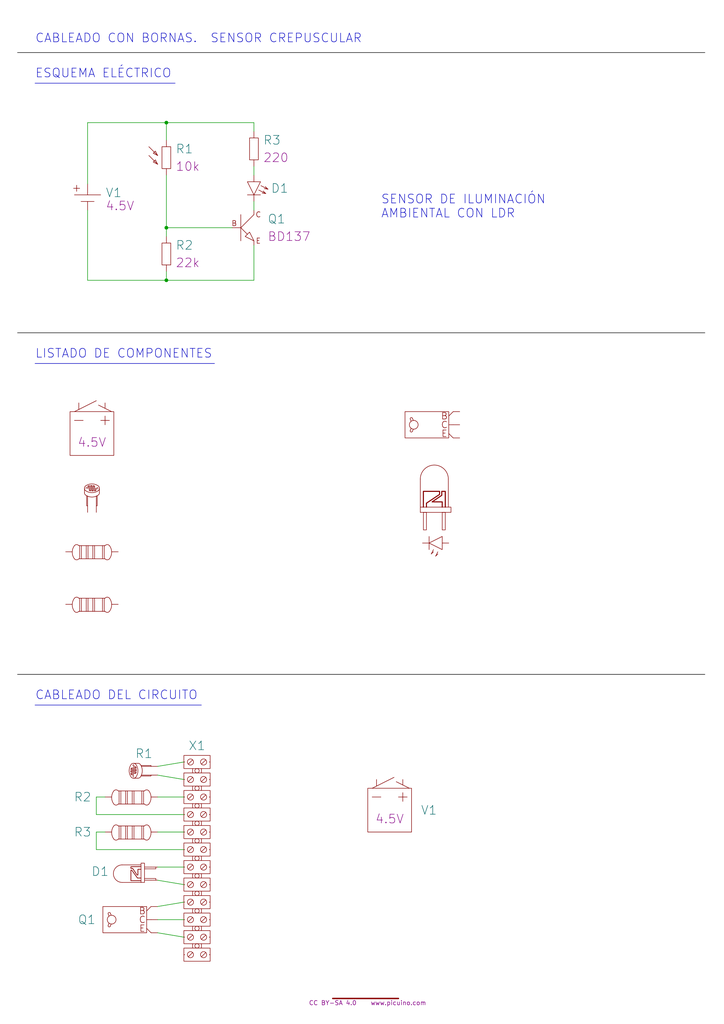
<source format=kicad_sch>
(kicad_sch (version 20211123) (generator eeschema)
  (paper "A4" portrait)
  (title_block (title "Circuitos eléctricos. Cableado con bornas.") (date "14/12/2018") (company "www.picuino.com") (comment 1 "Copyright (c) 2018 by Carlos Pardo") (comment 2 "License CC BY-SA 4.0"))
  (lib_symbols
    (symbol "electronic-bornas-crepuscular-rescue:CopyRight-simbolos" (pin_names (offset 1.016))
      (property "License" "Licencia CC BY-SA 4.0" (at 9.525 5.715 0))
      (property "Author" "Carlos Pardo" (at 7.62 3.81 0))
      (property "Date" "© 2018" (at -1.27 3.81 0))
      (property "Web" "www.picuino.com" (at 9.525 1.905 0))
      (symbol "CopyRight-simbolos_0_1"
        (polyline (pts (xy 0 0) (xy 19.05 0)) (stroke (width 0.4064)))
      )
    )
    (symbol "electronic-bornas-crepuscular-rescue:LDR-simbolos" (pin_names (offset 1.016))
      (property "Reference" "R" (at 1.905 -5.08 0))
      (symbol "LDR-simbolos_0_1"
        (rectangle (start -1.27 -1.905) (end 1.27 -8.255))
        (polyline (pts (xy -2.54 -6.985) (xy -5.08 -4.445)))
        (polyline (pts (xy -2.54 -4.445) (xy -5.08 -1.905)))
        (polyline (pts (xy -2.54 -6.985) (xy -3.175 -5.715) (xy -3.81 -6.35) (xy -2.54 -6.985)))
        (polyline (pts (xy -2.54 -4.445) (xy -3.175 -3.175) (xy -3.81 -3.81) (xy -2.54 -4.445)))
      )
      (symbol "LDR-simbolos_1_1"
        (pin input line (at 0 -10.16 90) (length 1.905) (name "") (number ""))
        (pin input line (at 0 0 270) (length 1.905) (name "") (number ""))
      )
    )
    (symbol "electronic-bornas-crepuscular-rescue:LDR_pack-simbolos" (pin_names (offset 1.016))
      (property "Reference" "R" (at 6.731 12.065 0))
      (symbol "LDR_pack-simbolos_0_0"
        (arc (start -0.889 5.715) (mid -0.8284 5.3707) (end -0.635 5.08))
        (arc (start -0.635 5.08) (mid 1.27 4.445) (end 3.175 5.08))
        (arc (start -0.635 6.35) (mid 1.27 5.715) (end 3.175 6.35))
        (arc (start -0.635 7.62) (mid -0.898 6.985) (end -0.635 6.35))
        (arc (start -0.127 6.985) (mid -0.3048 7.1628) (end -0.508 6.985))
        (polyline (pts (xy -0.889 5.715) (xy -0.889 6.985)))
        (polyline (pts (xy 0 4.699) (xy 0 1.905)))
        (polyline (pts (xy 2.54 1.905) (xy 2.54 4.699)))
        (polyline (pts (xy 2.794 6.731) (xy 2.794 6.858)))
        (polyline (pts (xy 3.429 5.715) (xy 3.429 6.985)))
        (polyline (pts (xy 0 1.905) (xy -0.254 1.905) (xy -0.254 4.826)))
        (polyline (pts (xy 2.54 1.905) (xy 2.794 1.905) (xy 2.794 4.826)))
        (arc (start 3.048 6.985) (mid 2.8702 7.1628) (end 2.667 6.985))
        (arc (start 3.175 5.08) (mid 3.3787 5.3665) (end 3.429 5.715))
        (arc (start 3.175 6.35) (mid 3.438 6.985) (end 3.175 7.62))
        (arc (start 3.175 7.62) (mid 1.27 8.255) (end -0.635 7.62))
      )
      (symbol "LDR_pack-simbolos_0_1"
        (polyline (pts (xy 0.127 6.985) (xy 0.127 7.62) (xy 0.508 7.747) (xy 0.508 6.35) (xy 0.889 6.223) (xy 0.889 7.747) (xy 1.27 7.747) (xy 1.27 6.223)) (stroke (width 0.2032)))
        (polyline (pts (xy 2.413 6.985) (xy 2.413 6.35) (xy 2.032 6.223) (xy 2.032 7.62) (xy 1.651 7.747) (xy 1.651 6.223) (xy 1.27 6.223) (xy 1.27 7.747)) (stroke (width 0.2032)))
      )
      (symbol "LDR_pack-simbolos_1_1"
        (pin input line (at 0 0 90) (length 1.905) (name "") (number ""))
        (pin input line (at 2.54 0 90) (length 1.905) (name "") (number ""))
      )
    )
    (symbol "electronic-bornas-crepuscular-rescue:LED_pack-simbolos" (pin_names (offset 1.016))
      (property "Reference" "D" (at 8.89 5.08 0))
      (symbol "LED_pack-simbolos_0_1"
        (polyline (pts (xy 0 0) (xy 0 9.652)))
        (polyline (pts (xy 2.54 -8.89) (xy 0.635 -8.89)))
        (polyline (pts (xy 2.54 -6.985) (xy 2.54 -10.795)))
        (polyline (pts (xy 3.175 -12.065) (xy 3.81 -11.43)))
        (polyline (pts (xy 3.81 -10.795) (xy 3.175 -12.065)))
        (polyline (pts (xy 4.445 -12.7) (xy 5.08 -12.065)))
        (polyline (pts (xy 5.08 -11.43) (xy 4.445 -12.7)))
        (polyline (pts (xy 6.35 -8.89) (xy 8.255 -8.89)))
        (polyline (pts (xy 8.128 1.524) (xy 8.128 9.652)))
        (polyline (pts (xy 0 1.524) (xy 8.89 1.524) (xy 8.89 0) (xy 0 0)))
        (polyline (pts (xy 6.35 -6.985) (xy 6.35 -10.795) (xy 2.54 -8.89) (xy 6.35 -6.985)))
        (polyline (pts (xy 0.889 1.524) (xy 0.889 6.096) (xy 5.588 6.096) (xy 5.588 5.207) (xy 1.778 2.667) (xy 1.778 1.524)) (stroke (width 0.3048)))
        (polyline (pts (xy 7.239 1.524) (xy 7.239 6.096) (xy 6.223 6.096) (xy 6.223 4.953) (xy 3.429 3.048) (xy 6.35 3.048) (xy 6.35 1.524)) (stroke (width 0.3048)))
        (rectangle (start 0.889 0) (end 1.778 -5.08))
        (rectangle (start 6.35 0) (end 7.239 -5.08))
        (arc (start 8.128 9.652) (mid 4.064 13.716) (end 0 9.652))
      )
    )
    (symbol "electronic-bornas-crepuscular-rescue:LED_pack_5mm-simbolos" (pin_names (offset 1.016))
      (property "Reference" "D" (at 5.08 7.62 0))
      (symbol "LED_pack_5mm-simbolos_0_1"
        (polyline (pts (xy -0.635 10.287) (xy -0.635 4.826)))
        (polyline (pts (xy 0 1.905) (xy 0 3.81)))
        (polyline (pts (xy 3.81 1.905) (xy 3.81 3.81)))
        (polyline (pts (xy 4.445 10.287) (xy 4.445 4.826)))
        (polyline (pts (xy 0 0.508) (xy 0.508 0.508) (xy 0.508 3.81)))
        (polyline (pts (xy 3.81 0.508) (xy 3.302 0.508) (xy 3.302 3.81)))
        (polyline (pts (xy -0.127 4.826) (xy -0.127 7.747) (xy 2.921 7.747) (xy 2.921 7.493) (xy 0.635 5.842) (xy 0.635 4.826)) (stroke (width 0.2032)))
        (polyline (pts (xy 4.445 4.826) (xy -0.635 4.826) (xy -0.635 3.81) (xy 4.953 3.81) (xy 4.953 4.826) (xy 4.445 4.826)))
        (polyline (pts (xy 3.937 4.826) (xy 3.937 7.747) (xy 3.429 7.747) (xy 3.429 7.239) (xy 1.524 5.969) (xy 1.524 5.715) (xy 3.175 5.715) (xy 3.175 4.826)) (stroke (width 0.2032)))
        (arc (start 4.445 10.287) (mid 1.905 12.827) (end -0.635 10.287))
      )
      (symbol "LED_pack_5mm-simbolos_1_1"
        (pin input line (at 0 0 90) (length 1.905) (name "") (number ""))
        (pin input line (at 3.81 0 90) (length 1.905) (name "") (number ""))
      )
    )
    (symbol "electronic-bornas-crepuscular-rescue:NPN-simbolos" (pin_names (offset 1.016))
      (property "Reference" "Q" (at 6.985 -5.08 0))
      (symbol "NPN-simbolos_0_0"
        (polyline (pts (xy 4.445 -6.985) (xy 2.54 -5.08)))
        (polyline (pts (xy 6.35 -8.89) (xy 5.08 -6.35) (xy 3.81 -7.62) (xy 6.35 -8.89)))
        (text "B" (at 0.635 -3.81 0) (effects (font (size 1.524 1.524))))
        (text "C" (at 7.62 -1.27 0) (effects (font (size 1.524 1.524))))
        (text "E" (at 7.62 -8.89 0) (effects (font (size 1.524 1.524))))
      )
      (symbol "NPN-simbolos_0_1"
        (polyline (pts (xy 2.54 -5.08) (xy 6.35 -1.27)))
        (polyline (pts (xy 2.54 -1.27) (xy 2.54 -8.89)))
      )
      (symbol "NPN-simbolos_1_1"
        (pin input line (at 0 -5.08 0) (length 2.54) (name "") (number ""))
        (pin input line (at 6.35 -10.16 90) (length 1.27) (name "") (number ""))
        (pin input line (at 6.35 0 270) (length 1.27) (name "") (number ""))
      )
    )
    (symbol "electronic-bornas-crepuscular-rescue:Pila-simbolos" (pin_names (offset 1.016))
      (property "Reference" "V" (at 5.08 -4.445 0))
      (symbol "Pila-simbolos_0_1"
        (polyline (pts (xy -4.064 -1.27) (xy -2.286 -1.27)))
        (polyline (pts (xy -3.81 -3.175) (xy 3.81 -3.175)))
        (polyline (pts (xy -3.175 -0.381) (xy -3.175 -2.159)))
        (polyline (pts (xy -1.905 -5.08) (xy 1.905 -5.08)))
      )
      (symbol "Pila-simbolos_1_1"
        (pin input line (at 0 -7.62 90) (length 2.54) (name "") (number ""))
        (pin input line (at 0 0 270) (length 3.175) (name "") (number ""))
      )
    )
    (symbol "electronic-bornas-crepuscular-rescue:TO225_pack-simbolos" (pin_names (offset 1.016))
      (property "Reference" "Q" (at -12.065 6.35 0))
      (symbol "TO225_pack-simbolos_0_0"
        (rectangle (start -15.875 -3.81) (end -3.175 3.81))
        (arc (start -14.351 -1.651) (mid -14.1523 -2.1064) (end -13.716 -1.905))
        (arc (start -13.716 1.905) (mid -14.1436 2.0845) (end -14.351 1.651))
        (circle (center -13.335 0) (radius 1.27))
        (polyline (pts (xy -14.097 -1.016) (xy -14.351 -1.651)))
        (polyline (pts (xy -14.097 1.016) (xy -14.351 1.651)))
        (polyline (pts (xy -13.462 -1.27) (xy -13.716 -1.905)))
        (polyline (pts (xy -13.462 1.27) (xy -13.716 1.905)))
        (polyline (pts (xy -1.905 -3.81) (xy -3.175 -2.54)))
        (polyline (pts (xy -1.905 0) (xy -3.175 0)))
        (polyline (pts (xy -1.905 3.81) (xy -3.175 2.54)))
        (text "B" (at -4.445 2.54 0) (effects (font (size 1.905 1.905))))
        (text "C" (at -4.445 0 0) (effects (font (size 1.905 1.905))))
        (text "E" (at -4.445 -2.54 0) (effects (font (size 1.905 1.905))))
      )
      (symbol "TO225_pack-simbolos_1_1"
        (pin input line (at 0 -3.81 180) (length 1.905) (name "") (number ""))
        (pin input line (at 0 0 180) (length 1.905) (name "") (number ""))
        (pin input line (at 0 3.81 180) (length 1.905) (name "") (number ""))
      )
    )
    (symbol "electronic-bornas-crepuscular-rescue:borna_12x2-simbolos" (pin_names (offset 1.016))
      (property "Reference" "X" (at 3.81 3.81 0))
      (symbol "borna_12x2-simbolos_0_1"
        (rectangle (start 0 -53.975) (end 7.62 -57.785))
        (rectangle (start 0 -48.895) (end 7.62 -52.705))
        (rectangle (start 0 -43.815) (end 7.62 -47.625))
        (rectangle (start 0 -38.735) (end 7.62 -42.545))
        (rectangle (start 0 -33.655) (end 7.62 -37.465))
        (rectangle (start 0 -28.575) (end 7.62 -32.385))
        (rectangle (start 0 -23.495) (end 7.62 -27.305))
        (rectangle (start 0 -18.415) (end 7.62 -22.225))
        (rectangle (start 0 -13.335) (end 7.62 -17.145))
        (rectangle (start 0 -8.255) (end 7.62 -12.065))
        (rectangle (start 0 -3.175) (end 7.62 -6.985))
        (polyline (pts (xy 1.27 -56.515) (xy 2.54 -55.245)))
        (polyline (pts (xy 1.27 -51.435) (xy 2.54 -50.165)))
        (polyline (pts (xy 1.27 -46.355) (xy 2.54 -45.085)))
        (polyline (pts (xy 1.27 -41.275) (xy 2.54 -40.005)))
        (polyline (pts (xy 1.27 -36.195) (xy 2.54 -34.925)))
        (polyline (pts (xy 1.27 -31.115) (xy 2.54 -29.845)))
        (polyline (pts (xy 1.27 -26.035) (xy 2.54 -24.765)))
        (polyline (pts (xy 1.27 -20.955) (xy 2.54 -19.685)))
        (polyline (pts (xy 1.27 -15.875) (xy 2.54 -14.605)))
        (polyline (pts (xy 1.27 -10.795) (xy 2.54 -9.525)))
        (polyline (pts (xy 1.27 -5.715) (xy 2.54 -4.445)))
        (polyline (pts (xy 1.27 -0.635) (xy 2.54 0.635)))
        (polyline (pts (xy 2.54 -53.975) (xy 2.54 -52.705)))
        (polyline (pts (xy 2.54 -48.895) (xy 2.54 -47.625)))
        (polyline (pts (xy 2.54 -43.815) (xy 2.54 -42.545)))
        (polyline (pts (xy 2.54 -38.735) (xy 2.54 -37.465)))
        (polyline (pts (xy 2.54 -33.655) (xy 2.54 -32.385)))
        (polyline (pts (xy 2.54 -28.575) (xy 2.54 -27.305)))
        (polyline (pts (xy 2.54 -23.495) (xy 2.54 -22.225)))
        (polyline (pts (xy 2.54 -18.415) (xy 2.54 -17.145)))
        (polyline (pts (xy 2.54 -13.335) (xy 2.54 -12.065)))
        (polyline (pts (xy 2.54 -8.255) (xy 2.54 -6.985)))
        (polyline (pts (xy 2.54 -3.175) (xy 2.54 -1.905)))
        (polyline (pts (xy 5.08 -56.515) (xy 6.35 -55.245)))
        (polyline (pts (xy 5.08 -53.975) (xy 5.08 -52.705)))
        (polyline (pts (xy 5.08 -51.435) (xy 6.35 -50.165)))
        (polyline (pts (xy 5.08 -48.895) (xy 5.08 -47.625)))
        (polyline (pts (xy 5.08 -46.355) (xy 6.35 -45.085)))
        (polyline (pts (xy 5.08 -43.815) (xy 5.08 -42.545)))
        (polyline (pts (xy 5.08 -41.275) (xy 6.35 -40.005)))
        (polyline (pts (xy 5.08 -38.735) (xy 5.08 -37.465)))
        (polyline (pts (xy 5.08 -36.195) (xy 6.35 -34.925)))
        (polyline (pts (xy 5.08 -33.655) (xy 5.08 -32.385)))
        (polyline (pts (xy 5.08 -31.115) (xy 6.35 -29.845)))
        (polyline (pts (xy 5.08 -28.575) (xy 5.08 -27.305)))
        (polyline (pts (xy 5.08 -26.035) (xy 6.35 -24.765)))
        (polyline (pts (xy 5.08 -23.495) (xy 5.08 -22.225)))
        (polyline (pts (xy 5.08 -20.955) (xy 6.35 -19.685)))
        (polyline (pts (xy 5.08 -18.415) (xy 5.08 -17.145)))
        (polyline (pts (xy 5.08 -15.875) (xy 6.35 -14.605)))
        (polyline (pts (xy 5.08 -13.335) (xy 5.08 -12.065)))
        (polyline (pts (xy 5.08 -10.795) (xy 6.35 -9.525)))
        (polyline (pts (xy 5.08 -8.255) (xy 5.08 -6.985)))
        (polyline (pts (xy 5.08 -5.715) (xy 6.35 -4.445)))
        (polyline (pts (xy 5.08 -3.175) (xy 5.08 -1.905)))
        (polyline (pts (xy 5.08 -0.635) (xy 6.35 0.635)))
        (rectangle (start 0 1.905) (end 7.62 -1.905))
        (circle (center 1.905 -55.88) (radius 0.889))
        (circle (center 1.905 -50.8) (radius 0.889))
        (circle (center 1.905 -45.72) (radius 0.889))
        (circle (center 1.905 -40.64) (radius 0.889))
        (circle (center 1.905 -35.56) (radius 0.889))
        (circle (center 1.905 -30.48) (radius 0.889))
        (circle (center 1.905 -25.4) (radius 0.889))
        (circle (center 1.905 -20.32) (radius 0.889))
        (circle (center 1.905 -15.24) (radius 0.889))
        (circle (center 1.905 -10.16) (radius 0.889))
        (circle (center 1.905 -5.08) (radius 0.889))
        (circle (center 1.905 0) (radius 0.889))
        (circle (center 3.81 -53.34) (radius 0.635))
        (circle (center 3.81 -48.26) (radius 0.635))
        (circle (center 3.81 -43.18) (radius 0.635))
        (circle (center 3.81 -38.1) (radius 0.635))
        (circle (center 3.81 -33.02) (radius 0.635))
        (circle (center 3.81 -27.94) (radius 0.635))
        (circle (center 3.81 -22.86) (radius 0.635))
        (circle (center 3.81 -17.78) (radius 0.635))
        (circle (center 3.81 -12.7) (radius 0.635))
        (circle (center 3.81 -7.62) (radius 0.635))
        (circle (center 3.81 -2.54) (radius 0.635))
        (circle (center 5.715 -55.88) (radius 0.889))
        (circle (center 5.715 -50.8) (radius 0.889))
        (circle (center 5.715 -45.72) (radius 0.889))
        (circle (center 5.715 -40.64) (radius 0.889))
        (circle (center 5.715 -35.56) (radius 0.889))
        (circle (center 5.715 -30.48) (radius 0.889))
        (circle (center 5.715 -25.4) (radius 0.889))
        (circle (center 5.715 -20.32) (radius 0.889))
        (circle (center 5.715 -15.24) (radius 0.889))
        (circle (center 5.715 -10.16) (radius 0.889))
        (circle (center 5.715 -5.08) (radius 0.889))
        (circle (center 5.715 0) (radius 0.889))
      )
      (symbol "borna_12x2-simbolos_1_1"
        (pin input line (at 0 -55.88 0) (length 0.254) (name "") (number ""))
        (pin input line (at 0 -50.8 0) (length 0.254) (name "") (number ""))
        (pin input line (at 0 -45.72 0) (length 0.254) (name "") (number ""))
        (pin input line (at 0 -40.64 0) (length 0.254) (name "") (number ""))
        (pin input line (at 0 -35.56 0) (length 0.254) (name "") (number ""))
        (pin input line (at 0 -30.48 0) (length 0.254) (name "") (number ""))
        (pin input line (at 0 -25.4 0) (length 0.254) (name "") (number ""))
        (pin input line (at 0 -20.32 0) (length 0.254) (name "") (number ""))
        (pin input line (at 0 -15.24 0) (length 0.254) (name "") (number ""))
        (pin input line (at 0 -10.16 0) (length 0.254) (name "") (number ""))
        (pin input line (at 0 -5.08 0) (length 0.254) (name "") (number ""))
        (pin input line (at 0 0 0) (length 0.254) (name "") (number ""))
        (pin input line (at 7.62 -55.88 180) (length 0.254) (name "") (number ""))
        (pin input line (at 7.62 -50.8 180) (length 0.254) (name "") (number ""))
        (pin input line (at 7.62 -45.72 180) (length 0.254) (name "") (number ""))
        (pin input line (at 7.62 -40.64 180) (length 0.254) (name "") (number ""))
        (pin input line (at 7.62 -35.56 180) (length 0.254) (name "") (number ""))
        (pin input line (at 7.62 -30.48 180) (length 0.254) (name "") (number ""))
        (pin input line (at 7.62 -25.4 180) (length 0.254) (name "") (number ""))
        (pin input line (at 7.62 -20.32 180) (length 0.254) (name "") (number ""))
        (pin input line (at 7.62 -15.24 180) (length 0.254) (name "") (number ""))
        (pin input line (at 7.62 -10.16 180) (length 0.254) (name "") (number ""))
        (pin input line (at 7.62 -5.08 180) (length 0.254) (name "") (number ""))
        (pin input line (at 7.62 0 180) (length 0.254) (name "") (number ""))
      )
    )
    (symbol "electronic-bornas-crepuscular-rescue:diodo_led-simbolos" (pin_names (offset 1.016))
      (property "Reference" "D" (at 5.08 -3.81 0))
      (symbol "diodo_led-simbolos_0_1"
        (polyline (pts (xy 1.397 -4.318) (xy 3.429 -5.334)))
        (polyline (pts (xy 1.905 -5.715) (xy -1.905 -5.715)))
        (polyline (pts (xy 2.032 -3.048) (xy 4.064 -4.064)))
        (polyline (pts (xy 3.429 -5.334) (xy 2.3622 -5.1816)))
        (polyline (pts (xy 3.429 -5.334) (xy 2.667 -4.572)))
        (polyline (pts (xy 4.064 -4.064) (xy 2.9972 -3.9116)))
        (polyline (pts (xy 4.064 -4.064) (xy 3.302 -3.302)))
        (polyline (pts (xy 1.905 -1.905) (xy -1.905 -1.905) (xy 0 -5.715) (xy 1.905 -1.905)))
      )
      (symbol "diodo_led-simbolos_1_1"
        (pin input line (at 0 -7.62 90) (length 1.905) (name "") (number ""))
        (pin input line (at 0 0 270) (length 1.905) (name "") (number ""))
      )
    )
    (symbol "electronic-bornas-crepuscular-rescue:pila_petaca-simbolos" (pin_names (offset 1.016))
      (property "Reference" "V" (at 11.43 -8.89 0))
      (property "V" "4.5V" (at 3.81 -12.7 0))
      (symbol "pila_petaca-simbolos_0_1"
        (rectangle (start -2.54 -2.54) (end 10.16 -15.24))
        (polyline (pts (xy -1.27 -5.08) (xy 1.27 -5.08)))
        (polyline (pts (xy -1.27 -2.54) (xy 5.08 0.635)))
        (polyline (pts (xy 7.62 -3.81) (xy 7.62 -6.35)))
        (polyline (pts (xy 8.89 -5.08) (xy 6.35 -5.08)))
        (polyline (pts (xy 9.525 -2.54) (xy 5.715 -0.635)))
      )
      (symbol "pila_petaca-simbolos_1_1"
        (pin input line (at 0 0 270) (length 1.905) (name "") (number ""))
        (pin input line (at 7.62 0 270) (length 1.524) (name "") (number ""))
      )
    )
    (symbol "electronic-bornas-crepuscular-rescue:resistencia-simbolos" (pin_names (offset 1.016))
      (property "Reference" "R" (at 1.905 -5.08 0))
      (symbol "resistencia-simbolos_0_1"
        (rectangle (start -1.27 -1.905) (end 1.27 -8.255))
      )
      (symbol "resistencia-simbolos_1_1"
        (pin input line (at 0 -10.16 90) (length 1.905) (name "") (number ""))
        (pin input line (at 0 0 270) (length 1.905) (name "") (number ""))
      )
    )
    (symbol "electronic-bornas-crepuscular-rescue:resistencia_pack-simbolos" (pin_names (offset 1.016))
      (property "Reference" "R" (at 6.35 3.81 0))
      (property "R" "100" (at 6.985 3.81 0))
      (symbol "resistencia_pack-simbolos_0_1"
        (polyline (pts (xy 3.81 -2.032) (xy 11.43 -2.032)))
        (polyline (pts (xy 3.81 1.778) (xy 11.43 1.778)))
        (polyline (pts (xy 4.064 1.778) (xy 4.064 -2.032)))
        (polyline (pts (xy 4.572 1.778) (xy 4.572 -2.032)))
        (polyline (pts (xy 5.969 1.778) (xy 5.969 -2.032)))
        (polyline (pts (xy 6.477 1.778) (xy 6.477 -2.032)))
        (polyline (pts (xy 7.874 1.778) (xy 7.874 -2.032)))
        (polyline (pts (xy 8.382 1.778) (xy 8.382 -2.032)))
        (polyline (pts (xy 10.668 1.778) (xy 10.668 -2.032)))
        (polyline (pts (xy 11.176 1.778) (xy 11.176 -2.032)))
        (arc (start 2.54 -2.032) (mid 3.175 -2.3372) (end 3.81 -2.032))
        (arc (start 2.54 1.778) (mid 1.905 -0.127) (end 2.54 -2.032))
        (arc (start 3.81 1.778) (mid 3.175 2.0832) (end 2.54 1.778))
        (arc (start 11.43 -2.032) (mid 12.065 -2.3372) (end 12.7 -2.032))
        (arc (start 12.7 -2.032) (mid 13.335 -0.127) (end 12.7 1.778))
        (arc (start 12.7 1.778) (mid 12.065 2.0832) (end 11.43 1.778))
      )
      (symbol "resistencia_pack-simbolos_1_1"
        (pin input line (at 0 0 0) (length 1.905) (name "") (number ""))
        (pin input line (at 15.24 0 180) (length 1.905) (name "") (number ""))
      )
    )
  )
  (junction (at 48.26 35.56))
  (junction (at 48.26 66.04))
  (junction (at 48.26 81.28))
  (wire (pts (xy 27.94 246.38) (xy 27.94 241.3)))
  (wire (pts (xy 27.94 231.14) (xy 30.48 231.14)))
  (wire (pts (xy 53.34 236.22) (xy 27.94 236.22)))
  (wire (pts (xy 48.26 66.04) (xy 48.26 68.58)))
  (wire (pts (xy 73.66 71.12) (xy 73.66 81.28)))
  (polyline (pts (xy 5.08 15.24) (xy 204.47 15.24)) (stroke (width 0) (type solid) (color 0 0 0 1)))
  (wire (pts (xy 25.4 35.56) (xy 25.4 53.34)))
  (wire (pts (xy 48.26 50.8) (xy 48.26 66.04)))
  (polyline (pts (xy 10.16 105.41) (xy 62.23 105.41)) (stroke (width 0) (type solid)))
  (wire (pts (xy 53.34 266.7) (xy 45.72 266.7)))
  (wire (pts (xy 27.94 241.3) (xy 30.48 241.3)))
  (wire (pts (xy 45.72 231.14) (xy 53.34 231.14)))
  (wire (pts (xy 48.26 66.04) (xy 67.31 66.04)))
  (wire (pts (xy 45.72 241.3) (xy 53.34 241.3)))
  (wire (pts (xy 45.72 222.25) (xy 53.34 220.98)))
  (wire (pts (xy 48.26 40.64) (xy 48.26 35.56)))
  (wire (pts (xy 48.26 81.28) (xy 48.26 78.74)))
  (polyline (pts (xy 10.16 24.13) (xy 50.8 24.13)) (stroke (width 0) (type solid)))
  (polyline (pts (xy 5.08 195.58) (xy 204.47 195.58)) (stroke (width 0) (type solid) (color 0 0 0 1)))
  (wire (pts (xy 48.26 35.56) (xy 73.66 35.56)))
  (wire (pts (xy 25.4 81.28) (xy 48.26 81.28)))
  (wire (pts (xy 53.34 256.54) (xy 45.72 255.27)))
  (wire (pts (xy 45.72 251.46) (xy 53.34 251.46)))
  (wire (pts (xy 53.34 226.06) (xy 45.72 224.79)))
  (wire (pts (xy 73.66 38.1) (xy 73.66 35.56)))
  (wire (pts (xy 25.4 35.56) (xy 48.26 35.56)))
  (wire (pts (xy 53.34 271.78) (xy 45.72 270.51)))
  (wire (pts (xy 25.4 60.96) (xy 25.4 81.28)))
  (wire (pts (xy 73.66 60.96) (xy 73.66 58.42)))
  (wire (pts (xy 53.34 246.38) (xy 27.94 246.38)))
  (wire (pts (xy 48.26 81.28) (xy 73.66 81.28)))
  (wire (pts (xy 73.66 50.8) (xy 73.66 48.26)))
  (wire (pts (xy 53.34 261.62) (xy 45.72 262.89)))
  (wire (pts (xy 27.94 236.22) (xy 27.94 231.14)))
  (polyline (pts (xy 5.08 96.52) (xy 204.47 96.52)) (stroke (width 0) (type solid) (color 0 0 0 1)))
  (polyline (pts (xy 10.16 204.47) (xy 58.42 204.47)) (stroke (width 0) (type solid)))
  (text "LISTADO DE COMPONENTES" (at 10.16 104.14 0) (effects (font (size 2.54 2.54)) (justify left bottom)))
  (text "CABLEADO DEL CIRCUITO" (at 10.16 203.2 0) (effects (font (size 2.54 2.54)) (justify left bottom)))
  (text "CABLEADO CON BORNAS.  SENSOR CREPUSCULAR" (at 10.16 12.7 0) (effects (font (size 2.54 2.54)) (justify left bottom)))
  (text "SENSOR DE ILUMINACIÓN \nAMBIENTAL CON LDR" (at 110.49 63.5 0) (effects (font (size 2.54 2.54)) (justify left bottom)))
  (text "ESQUEMA ELÉCTRICO" (at 10.16 22.86 0) (effects (font (size 2.54 2.54)) (justify left bottom)))
  (symbol (lib_id "electronic-bornas-crepuscular-rescue:resistencia-simbolos") (at 48.26 68.58 0) (unit 1)
    (property "Reference" "R2" (at 50.8 71.12 0) (effects (font (size 2.54 2.54)) (justify left)))
    (property "R" "22k" (at 50.8 76.2 0) (effects (font (size 2.54 2.54)) (justify left)))
  )
  (symbol (lib_id "electronic-bornas-crepuscular-rescue:Pila-simbolos") (at 25.4 53.34 0) (unit 1)
    (property "Reference" "V1" (at 30.48 55.88 0) (effects (font (size 2.54 2.54)) (justify left)))
    (property "V" "4.5V" (at 30.48 59.69 0) (effects (font (size 2.54 2.54)) (justify left)))
  )
  (symbol (lib_id "electronic-bornas-crepuscular-rescue:CopyRight-simbolos") (at 96.52 289.56 0) (unit 1)
    (property "Reference" "CP1" (effects hide))
    (property "License" "CC BY-SA 4.0" (at 96.52 290.83 0))
    (property "Web" "www.picuino.com" (at 115.57 290.83 0))
  )
  (symbol (lib_id "electronic-bornas-crepuscular-rescue:resistencia_pack-simbolos") (at 19.05 175.26 0) (unit 1)
    (property "Reference" "R?" (effects hide))
    (property "R" "100" (effects hide))
  )
  (symbol (lib_id "electronic-bornas-crepuscular-rescue:LDR_pack-simbolos") (at 25.4 148.59 0) (unit 1)
    (property "Reference" "LDR" (effects hide))
  )
  (symbol (lib_id "electronic-bornas-crepuscular-rescue:resistencia_pack-simbolos") (at 30.48 241.3 0) (unit 1)
    (property "Reference" "R3" (at 26.67 241.3 0) (effects (font (size 2.54 2.54)) (justify right)))
    (property "R" "100" (effects hide))
  )
  (symbol (lib_id "electronic-bornas-crepuscular-rescue:resistencia_pack-simbolos") (at 30.48 231.14 0) (unit 1)
    (property "Reference" "R2" (at 26.67 231.14 0) (effects (font (size 2.54 2.54)) (justify right)))
    (property "R" "100" (effects hide))
  )
  (symbol (lib_id "electronic-bornas-crepuscular-rescue:LED_pack-simbolos") (at 121.92 148.59 0) (unit 1)
    (property "Reference" "D?" (effects hide))
  )
  (symbol (lib_id "electronic-bornas-crepuscular-rescue:LED_pack_5mm-simbolos") (at 45.72 255.27 90) (unit 1)
    (property "Reference" "D1" (at 31.75 252.73 90) (effects (font (size 2.54 2.54)) (justify left)))
  )
  (symbol (lib_id "electronic-bornas-crepuscular-rescue:LDR-simbolos") (at 48.26 40.64 0) (unit 1)
    (property "Reference" "R1" (at 50.8 43.18 0) (effects (font (size 2.54 2.54)) (justify left)))
    (property "R" "10k" (at 50.8 48.26 0) (effects (font (size 2.54 2.54)) (justify left)))
  )
  (symbol (lib_id "electronic-bornas-crepuscular-rescue:LDR_pack-simbolos") (at 45.72 224.79 90) (unit 1)
    (property "Reference" "R1" (at 41.7576 218.5416 90) (effects (font (size 2.54 2.54))))
  )
  (symbol (lib_id "electronic-bornas-crepuscular-rescue:pila_petaca-simbolos") (at 22.86 116.84 0) (unit 1)
    (property "Reference" "V?" (effects hide))
    (property "V" "4.5V" (at 26.67 128.27 0) (effects (font (size 2.54 2.54))))
  )
  (symbol (lib_id "electronic-bornas-crepuscular-rescue:borna_12x2-simbolos") (at 53.34 220.98 0) (unit 1)
    (property "Reference" "X1" (at 57.15 216.2556 0) (effects (font (size 2.54 2.54))))
  )
  (symbol (lib_id "electronic-bornas-crepuscular-rescue:NPN-simbolos") (at 67.31 60.96 0) (unit 1)
    (property "Reference" "Q1" (at 77.47 63.5 0) (effects (font (size 2.54 2.54)) (justify left)))
    (property "REF" "BD137" (at 77.47 68.58 0) (effects (font (size 2.54 2.54)) (justify left)))
  )
  (symbol (lib_id "electronic-bornas-crepuscular-rescue:resistencia_pack-simbolos") (at 19.05 160.02 0) (unit 1)
    (property "Reference" "R?" (effects hide))
    (property "R" "100" (effects hide))
  )
  (symbol (lib_id "electronic-bornas-crepuscular-rescue:diodo_led-simbolos") (at 73.66 50.8 0) (unit 1)
    (property "Reference" "D1" (at 78.4352 54.61 0) (effects (font (size 2.54 2.54)) (justify left)))
  )
  (symbol (lib_id "electronic-bornas-crepuscular-rescue:pila_petaca-simbolos") (at 109.22 226.06 0) (unit 1)
    (property "Reference" "V1" (at 121.92 234.95 0) (effects (font (size 2.54 2.54)) (justify left)))
    (property "V" "4.5V" (at 113.03 237.49 0) (effects (font (size 2.54 2.54))))
  )
  (symbol (lib_id "electronic-bornas-crepuscular-rescue:TO225_pack-simbolos") (at 45.72 266.7 0) (unit 1)
    (property "Reference" "Q1" (at 27.94 266.7 0) (effects (font (size 2.54 2.54)) (justify right)))
  )
  (symbol (lib_id "electronic-bornas-crepuscular-rescue:resistencia-simbolos") (at 73.66 38.1 0) (unit 1)
    (property "Reference" "R3" (at 76.2 40.64 0) (effects (font (size 2.54 2.54)) (justify left)))
    (property "R" "220" (at 76.2 45.72 0) (effects (font (size 2.54 2.54)) (justify left)))
  )
  (symbol (lib_id "electronic-bornas-crepuscular-rescue:TO225_pack-simbolos") (at 133.35 123.19 0) (unit 1)
    (property "Reference" "Q?" (effects hide))
  )
)
</source>
